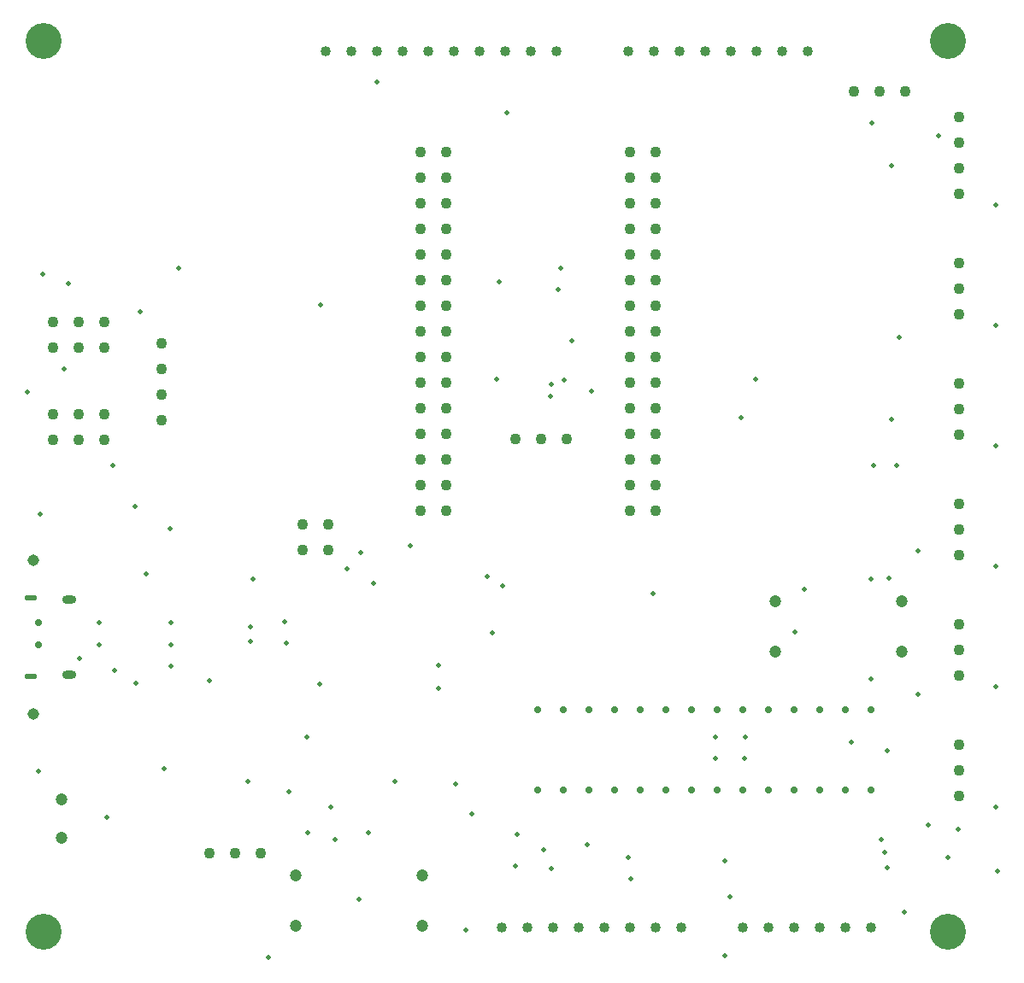
<source format=gbr>
%TF.GenerationSoftware,Altium Limited,Altium Designer,24.3.1 (35)*%
G04 Layer_Color=0*
%FSLAX45Y45*%
%MOMM*%
%TF.SameCoordinates,7E0553B6-A888-4128-BDB4-EB5F29F5F182*%
%TF.FilePolarity,Positive*%
%TF.FileFunction,Plated,1,2,PTH,Drill*%
%TF.Part,Single*%
G01*
G75*
%TA.AperFunction,ComponentDrill*%
%ADD111C,1.10000*%
%ADD112C,1.10000*%
%ADD113C,1.20000*%
%ADD114C,1.14300*%
%TA.AperFunction,OtherDrill,Pad Free-2 (30.988mm,38.481mm)*%
%ADD115C,1.20000*%
%TA.AperFunction,OtherDrill,Pad Free-2 (30.988mm,42.291mm)*%
%ADD116C,1.20000*%
%TA.AperFunction,ComponentDrill*%
%ADD117C,1.02000*%
%ADD118C,3.55600*%
%ADD119C,0.73300*%
%ADD120O,1.40000X0.85000*%
%ADD121O,1.20000X0.55000*%
%TA.AperFunction,ViaDrill,NotFilled*%
%ADD122C,0.50800*%
%ADD123C,0.71120*%
D111*
X5486400Y6959600D02*
D03*
X5740400D02*
D03*
X5486400Y6705600D02*
D03*
X5740400D02*
D03*
X8730727Y10646512D02*
D03*
X8984727D02*
D03*
X8730727Y10392512D02*
D03*
X8984727D02*
D03*
X8730727Y10138512D02*
D03*
X8984727D02*
D03*
X8730727Y9884512D02*
D03*
X8984727D02*
D03*
Y9630512D02*
D03*
X8730727Y9376512D02*
D03*
X8984727D02*
D03*
X8730727Y9122512D02*
D03*
X8984727D02*
D03*
X8730727Y8868512D02*
D03*
X8984727D02*
D03*
X8730727Y8614512D02*
D03*
X8984727D02*
D03*
X8730727Y8360512D02*
D03*
X8984727D02*
D03*
X8730727Y8106512D02*
D03*
X8984727D02*
D03*
X8730727Y7852512D02*
D03*
X8984727D02*
D03*
X8730727Y7598512D02*
D03*
X8984727D02*
D03*
X8730727Y7344512D02*
D03*
X8984727D02*
D03*
X8730727Y7090512D02*
D03*
X8984727D02*
D03*
X8730727Y9630512D02*
D03*
X6656727Y10646512D02*
D03*
X6910727D02*
D03*
X6656727Y10392512D02*
D03*
X6910727D02*
D03*
X6656727Y10138512D02*
D03*
X6910727D02*
D03*
X6656727Y9884512D02*
D03*
X6910727D02*
D03*
Y9630512D02*
D03*
X6656727Y9376512D02*
D03*
X6910727D02*
D03*
X6656727Y9122512D02*
D03*
X6910727D02*
D03*
X6656727Y8868512D02*
D03*
X6910727D02*
D03*
X6656727Y8614512D02*
D03*
X6910727D02*
D03*
X6656727Y8360512D02*
D03*
X6910727D02*
D03*
X6656727Y8106512D02*
D03*
X6910727D02*
D03*
X6656727Y7852512D02*
D03*
X6910727D02*
D03*
X6656727Y7598512D02*
D03*
X6910727D02*
D03*
X6656727Y7344512D02*
D03*
X6910727D02*
D03*
X6656727Y7090512D02*
D03*
X6910727D02*
D03*
X6656727Y9630512D02*
D03*
X11988800Y4267200D02*
D03*
Y4521200D02*
D03*
Y4775200D02*
D03*
Y5461000D02*
D03*
Y5715000D02*
D03*
Y5969000D02*
D03*
Y6654800D02*
D03*
Y7162800D02*
D03*
Y7848600D02*
D03*
Y8102600D02*
D03*
Y8356600D02*
D03*
Y9042400D02*
D03*
Y9296400D02*
D03*
Y9550400D02*
D03*
Y10998200D02*
D03*
Y10744200D02*
D03*
Y10236200D02*
D03*
Y10490200D02*
D03*
X4089400Y7988300D02*
D03*
Y8242300D02*
D03*
Y8750300D02*
D03*
Y8496300D02*
D03*
D112*
X4559300Y3695700D02*
D03*
X4813300D02*
D03*
X5067300D02*
D03*
X7594600Y7805400D02*
D03*
X7848600D02*
D03*
X8102600D02*
D03*
X10947400Y11252200D02*
D03*
X11201400D02*
D03*
X11455400D02*
D03*
X11988800Y6908800D02*
D03*
X3009900Y7797800D02*
D03*
Y8051800D02*
D03*
X3263900Y7797800D02*
D03*
Y8051800D02*
D03*
X3517900Y7797800D02*
D03*
Y8051800D02*
D03*
X3009900Y8712200D02*
D03*
Y8966200D02*
D03*
X3263900Y8712200D02*
D03*
Y8966200D02*
D03*
X3517900Y8712200D02*
D03*
Y8966200D02*
D03*
D113*
X10167300Y6197600D02*
D03*
X11417300D02*
D03*
X10167300Y5697600D02*
D03*
X11417300D02*
D03*
X6670200Y2975800D02*
D03*
X5420200D02*
D03*
X6670200Y3475800D02*
D03*
X5420200D02*
D03*
D114*
X2819400Y6604000D02*
D03*
Y5080000D02*
D03*
D115*
X3098800Y3848100D02*
D03*
D116*
Y4229100D02*
D03*
D117*
X11112500Y2959100D02*
D03*
X10858500D02*
D03*
X10604500D02*
D03*
X10096500D02*
D03*
X9842500D02*
D03*
X10350500D02*
D03*
X8724900D02*
D03*
X8470900D02*
D03*
X8216900D02*
D03*
X7708900D02*
D03*
X7454900D02*
D03*
X7962900D02*
D03*
X8978900D02*
D03*
X9232900D02*
D03*
X9220000Y11645900D02*
D03*
X9474000D02*
D03*
X9728000D02*
D03*
X10236000D02*
D03*
X10490000D02*
D03*
X9982000D02*
D03*
X8966000D02*
D03*
X8712000D02*
D03*
X8001000Y11645900D02*
D03*
X7747000D02*
D03*
X7493000D02*
D03*
X6985000D02*
D03*
X6731000D02*
D03*
X6477000D02*
D03*
X5969000D02*
D03*
X5715000D02*
D03*
X6223000D02*
D03*
X7239000D02*
D03*
D118*
X11874500Y11747500D02*
D03*
X2921000D02*
D03*
X11874500Y2921000D02*
D03*
X2921000D02*
D03*
D119*
X11112500Y5121300D02*
D03*
X10858500D02*
D03*
X10604500D02*
D03*
X10350500D02*
D03*
X10096500D02*
D03*
X9842500D02*
D03*
X9588500D02*
D03*
X9334500D02*
D03*
X9080500D02*
D03*
X8826500D02*
D03*
X8572500D02*
D03*
X8318500D02*
D03*
X8064500D02*
D03*
X7810500D02*
D03*
Y4327500D02*
D03*
X8064500D02*
D03*
X8318500D02*
D03*
X8572500D02*
D03*
X8826500D02*
D03*
X9080500D02*
D03*
X9334500D02*
D03*
X9588500D02*
D03*
X9842500D02*
D03*
X10096500D02*
D03*
X10350500D02*
D03*
X10604500D02*
D03*
X10858500D02*
D03*
X11112500D02*
D03*
D120*
X3172900Y6214500D02*
D03*
Y5469500D02*
D03*
D121*
X2792900Y6229500D02*
D03*
Y5454500D02*
D03*
D122*
X5151120Y2669540D02*
D03*
X3835400Y5384800D02*
D03*
X4178300Y5981700D02*
D03*
Y5765800D02*
D03*
Y5549900D02*
D03*
X8039100Y9499600D02*
D03*
X8343900Y8280400D02*
D03*
X3162300Y9347200D02*
D03*
X11874500Y3657600D02*
D03*
X12369800Y3517900D02*
D03*
X5803900Y3835400D02*
D03*
X9664700Y3619500D02*
D03*
X8712200Y3657600D02*
D03*
X6396800Y4406900D02*
D03*
X11976100Y3937000D02*
D03*
X11252200Y3708400D02*
D03*
X8737600Y3441700D02*
D03*
X5651500Y5372100D02*
D03*
X5307960Y5993760D02*
D03*
X9969500Y8401150D02*
D03*
X9829800Y8013700D02*
D03*
X3123500Y8497000D02*
D03*
X3619500Y5511800D02*
D03*
X3937000Y6464300D02*
D03*
X3822700Y7137400D02*
D03*
X3873500Y9067800D02*
D03*
X5664200Y9131300D02*
D03*
X4991100Y6413500D02*
D03*
X5346700Y4305300D02*
D03*
X5765800Y4152900D02*
D03*
X7315200Y6438900D02*
D03*
X7467600Y6350000D02*
D03*
X7404100Y8394700D02*
D03*
X11137900Y7543800D02*
D03*
X11366500D02*
D03*
X8073932Y8391432D02*
D03*
X7950200Y8343900D02*
D03*
X7937500Y8229600D02*
D03*
X7594600Y3568700D02*
D03*
X8953500Y6273800D02*
D03*
X11277600Y4711700D02*
D03*
X11684000Y3975100D02*
D03*
X11214100Y3835400D02*
D03*
X11582400Y5270500D02*
D03*
Y6692900D02*
D03*
X11290300Y6426200D02*
D03*
X11112500Y6413500D02*
D03*
X11315700Y10515600D02*
D03*
X11125200Y10934700D02*
D03*
X11785600Y10807700D02*
D03*
X7505700Y11036300D02*
D03*
X6553200Y6743700D02*
D03*
X11391900Y8813800D02*
D03*
X11315700Y8001000D02*
D03*
X11112500Y5422900D02*
D03*
X10922000Y4800600D02*
D03*
X10452100Y6311900D02*
D03*
X10363200Y5892800D02*
D03*
X9575800Y4851400D02*
D03*
X9867900D02*
D03*
X9575800Y4635500D02*
D03*
X9862524D02*
D03*
X11277600Y3556000D02*
D03*
X8305800Y3784600D02*
D03*
X7950200Y3543300D02*
D03*
X7874000Y3733800D02*
D03*
X6832600Y5334000D02*
D03*
Y5562600D02*
D03*
X7429500Y9359900D02*
D03*
X8013700Y9283700D02*
D03*
X8153400Y8775700D02*
D03*
X7366000Y5880100D02*
D03*
X6223000Y11341100D02*
D03*
X9715500Y3263900D02*
D03*
X4254500Y9499600D02*
D03*
X7000968Y4384768D02*
D03*
X5321300Y5778500D02*
D03*
X7162800Y4089400D02*
D03*
X7607300Y3886200D02*
D03*
X12354921Y4152900D02*
D03*
Y5346700D02*
D03*
Y6540500D02*
D03*
Y7734300D02*
D03*
Y8928100D02*
D03*
Y10121900D02*
D03*
X11442700Y3111500D02*
D03*
X4175218Y6918418D02*
D03*
X4559300Y5410200D02*
D03*
X4968240Y5801360D02*
D03*
X5524500Y4851400D02*
D03*
X6134100Y3898900D02*
D03*
X5537200D02*
D03*
X6045200Y3238500D02*
D03*
X2870200Y4508500D02*
D03*
X2882900Y7061200D02*
D03*
X2755900Y8267700D02*
D03*
X2908300Y9436100D02*
D03*
X9664700Y2679700D02*
D03*
X7099300Y2933700D02*
D03*
X3543300Y4051300D02*
D03*
X4114800Y4533900D02*
D03*
X4940300Y4406900D02*
D03*
X3606800Y7543800D02*
D03*
X6057900Y6680200D02*
D03*
X5927980Y6515100D02*
D03*
X6184900Y6375400D02*
D03*
X3276600Y5626100D02*
D03*
X4965700Y5943600D02*
D03*
X3467100Y5981700D02*
D03*
Y5765800D02*
D03*
D123*
X2870200D02*
D03*
Y5981700D02*
D03*
%TF.MD5,a8a5d2711bf9a63d8502d49af3bb1f88*%
M02*

</source>
